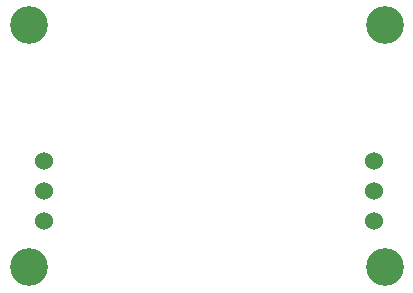
<source format=gbs>
G75*
%MOIN*%
%OFA0B0*%
%FSLAX25Y25*%
%IPPOS*%
%LPD*%
%AMOC8*
5,1,8,0,0,1.08239X$1,22.5*
%
%ADD10C,0.12598*%
%ADD11C,0.06000*%
D10*
X0011800Y0011485D03*
X0011800Y0092115D03*
X0130501Y0092115D03*
X0130383Y0011485D03*
D11*
X0126800Y0026800D03*
X0126800Y0036800D03*
X0126800Y0046800D03*
X0016800Y0046800D03*
X0016800Y0036800D03*
X0016800Y0026800D03*
M02*

</source>
